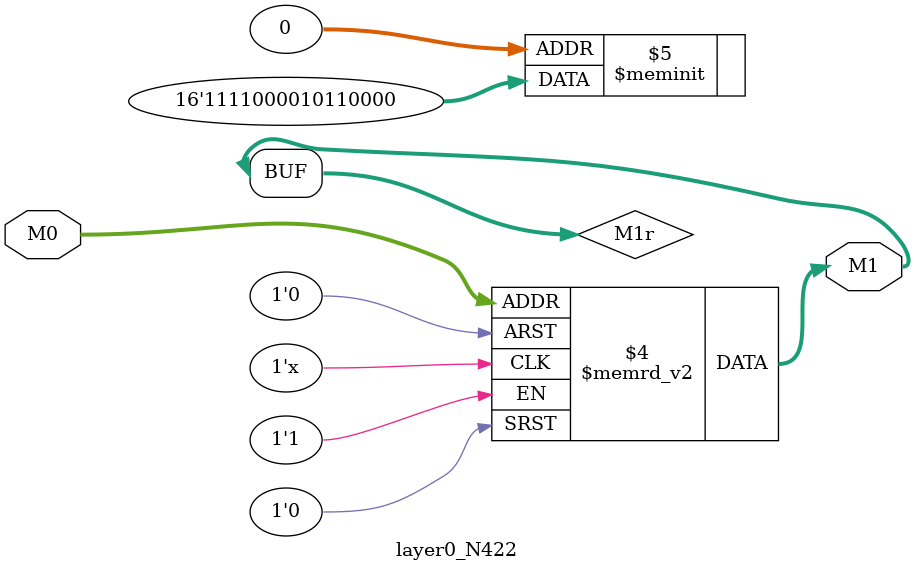
<source format=v>
module layer0_N422 ( input [2:0] M0, output [1:0] M1 );

	(*rom_style = "distributed" *) reg [1:0] M1r;
	assign M1 = M1r;
	always @ (M0) begin
		case (M0)
			3'b000: M1r = 2'b00;
			3'b100: M1r = 2'b00;
			3'b010: M1r = 2'b11;
			3'b110: M1r = 2'b11;
			3'b001: M1r = 2'b00;
			3'b101: M1r = 2'b00;
			3'b011: M1r = 2'b10;
			3'b111: M1r = 2'b11;

		endcase
	end
endmodule

</source>
